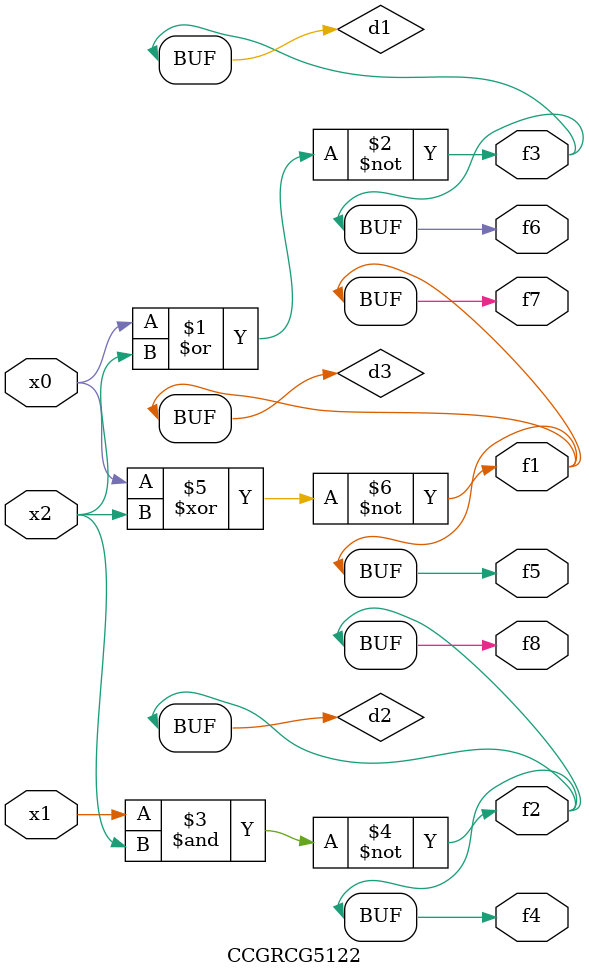
<source format=v>
module CCGRCG5122(
	input x0, x1, x2,
	output f1, f2, f3, f4, f5, f6, f7, f8
);

	wire d1, d2, d3;

	nor (d1, x0, x2);
	nand (d2, x1, x2);
	xnor (d3, x0, x2);
	assign f1 = d3;
	assign f2 = d2;
	assign f3 = d1;
	assign f4 = d2;
	assign f5 = d3;
	assign f6 = d1;
	assign f7 = d3;
	assign f8 = d2;
endmodule

</source>
